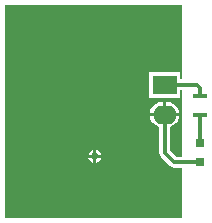
<source format=gbl>
G04 Layer_Physical_Order=2*
G04 Layer_Color=16711680*
%FSLAX25Y25*%
%MOIN*%
G70*
G01*
G75*
%ADD10R,0.02953X0.03150*%
%ADD11R,0.04921X0.01575*%
%ADD12C,0.01181*%
%ADD13R,0.07874X0.06299*%
%ADD14O,0.07874X0.06299*%
%ADD15C,0.02362*%
G36*
X62992Y50113D02*
X62205D01*
Y52638D01*
X51968D01*
Y43976D01*
X62205D01*
Y46501D01*
X62992D01*
Y24247D01*
X60984D01*
X58893Y26339D01*
Y34256D01*
X58957Y34264D01*
X59967Y34682D01*
X60834Y35348D01*
X61499Y36214D01*
X61917Y37224D01*
X61994Y37807D01*
X52180D01*
X52256Y37224D01*
X52675Y36214D01*
X53340Y35348D01*
X54207Y34682D01*
X55216Y34264D01*
X55280Y34256D01*
Y25591D01*
X55418Y24899D01*
X55809Y24313D01*
X58959Y21164D01*
X59545Y20772D01*
X60236Y20635D01*
X62992D01*
Y3937D01*
X3937D01*
Y74803D01*
X62992D01*
Y50113D01*
D02*
G37*
%LPC*%
G36*
X33358Y26534D02*
X33007Y26464D01*
X32286Y25982D01*
X31804Y25260D01*
X31734Y24909D01*
X33358D01*
Y26534D01*
D02*
G37*
G36*
X35983Y23910D02*
X34358D01*
Y22285D01*
X34709Y22355D01*
X35431Y22837D01*
X35913Y23558D01*
X35983Y23910D01*
D02*
G37*
G36*
X33358D02*
X31734D01*
X31804Y23558D01*
X32286Y22837D01*
X33007Y22355D01*
X33358Y22285D01*
Y23910D01*
D02*
G37*
G36*
X57874Y42492D02*
X57587D01*
Y38807D01*
X61994D01*
X61917Y39390D01*
X61499Y40400D01*
X60834Y41267D01*
X59967Y41932D01*
X58957Y42350D01*
X57874Y42492D01*
D02*
G37*
G36*
X56587D02*
X56299D01*
X55216Y42350D01*
X54207Y41932D01*
X53340Y41267D01*
X52675Y40400D01*
X52256Y39390D01*
X52180Y38807D01*
X56587D01*
Y42492D01*
D02*
G37*
G36*
X34358Y26534D02*
Y24909D01*
X35983D01*
X35913Y25260D01*
X35431Y25982D01*
X34709Y26464D01*
X34358Y26534D01*
D02*
G37*
%LPD*%
D10*
X68898Y28740D02*
D03*
Y22441D02*
D03*
D11*
Y38189D02*
D03*
Y44488D02*
D03*
D12*
X57087Y48307D02*
X67835D01*
X68898Y47244D01*
Y44488D02*
Y47244D01*
X57087Y25591D02*
Y38307D01*
X60236Y22441D02*
X68898D01*
X57087Y25591D02*
X60236Y22441D01*
X68898Y28740D02*
Y38189D01*
D13*
X57087Y48307D02*
D03*
D14*
Y38307D02*
D03*
D15*
X33858Y24409D02*
D03*
M02*

</source>
